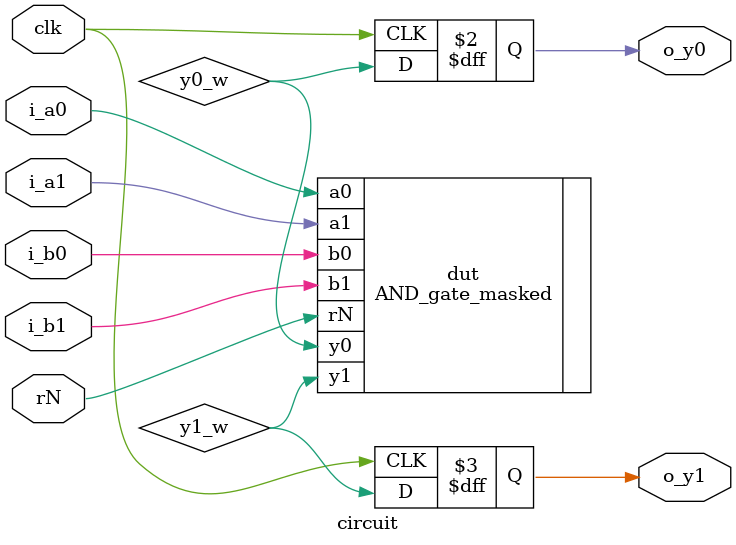
<source format=v>
module circuit (
    input  wire clk,

    input  wire i_a0,
    input  wire i_a1,
    input  wire i_b0,
    input  wire i_b1,
    input  wire rN,

    output reg  o_y0,
    output reg  o_y1
);

    wire y0_w, y1_w;

    // Instantiate masked AND
    AND_gate_masked dut (
        .a0(i_a0),
        .a1(i_a1),
        .b0(i_b0),
        .b1(i_b1),
        .rN(rN),
        .y0(y0_w),
        .y1(y1_w)
    );

    // Register outputs (required by PROLEAD)
    always @(posedge clk) begin
        o_y0 <= y0_w;
        o_y1 <= y1_w;
    end

endmodule

</source>
